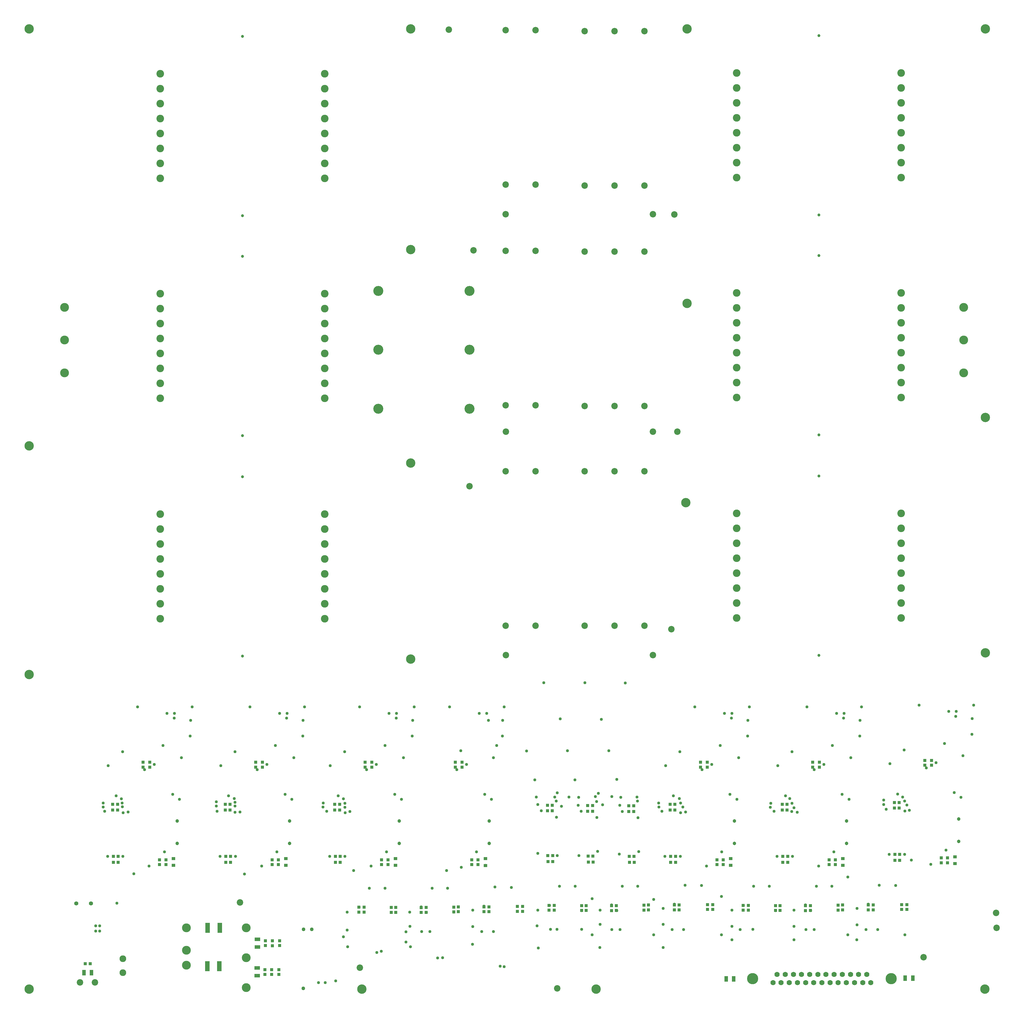
<source format=gbs>
G04 Layer_Color=16711935*
%FSLAX25Y25*%
%MOIN*%
G70*
G01*
G75*
%ADD11R,0.07480X0.04724*%
%ADD12R,0.04724X0.07480*%
%ADD13R,0.04331X0.04331*%
%ADD14R,0.04331X0.04331*%
%ADD38C,0.12520*%
%ADD39C,0.10236*%
%ADD40C,0.03937*%
%ADD41C,0.09000*%
%ADD42C,0.11811*%
%ADD43C,0.05512*%
%ADD44C,0.08661*%
%ADD45C,0.07000*%
%ADD46C,0.15000*%
%ADD47C,0.04724*%
%ADD48C,0.13386*%
%ADD49C,0.04000*%
%ADD50C,0.05000*%
%ADD51R,0.05905X0.13780*%
%ADD52R,0.05118X0.04331*%
D11*
X326000Y42000D02*
D03*
Y52236D02*
D03*
X326500Y80264D02*
D03*
Y90500D02*
D03*
D12*
X953382Y37500D02*
D03*
X963618D02*
D03*
X1192882Y38500D02*
D03*
X1203118D02*
D03*
X104618Y46000D02*
D03*
X94382D02*
D03*
D13*
X356000Y82252D02*
D03*
Y88748D02*
D03*
X336500Y43500D02*
D03*
Y49996D02*
D03*
X345500Y43504D02*
D03*
Y50000D02*
D03*
X355000Y43504D02*
D03*
Y50000D02*
D03*
X346500Y82004D02*
D03*
Y88500D02*
D03*
X337000Y82252D02*
D03*
Y88748D02*
D03*
X674004Y134496D02*
D03*
Y128000D02*
D03*
X681004Y134496D02*
D03*
Y128000D02*
D03*
X636004Y127500D02*
D03*
Y133996D02*
D03*
X629504Y127500D02*
D03*
Y133996D02*
D03*
X595004D02*
D03*
Y127500D02*
D03*
X589004Y133748D02*
D03*
Y127252D02*
D03*
X552004Y126752D02*
D03*
Y133248D02*
D03*
X545504Y126500D02*
D03*
Y132996D02*
D03*
X511504Y133248D02*
D03*
Y126752D02*
D03*
X505504Y133248D02*
D03*
Y126752D02*
D03*
X469004Y127000D02*
D03*
Y133496D02*
D03*
X462004Y127000D02*
D03*
Y133496D02*
D03*
X1188000Y136996D02*
D03*
Y130500D02*
D03*
X1195000Y136996D02*
D03*
Y130500D02*
D03*
X928500Y136996D02*
D03*
Y130500D02*
D03*
X935500Y136996D02*
D03*
Y130500D02*
D03*
X1150000Y130000D02*
D03*
Y136496D02*
D03*
X1143500Y130000D02*
D03*
Y136496D02*
D03*
X890500Y130000D02*
D03*
Y136496D02*
D03*
X884000Y130000D02*
D03*
Y136496D02*
D03*
X1109000D02*
D03*
Y130000D02*
D03*
X1103000Y136248D02*
D03*
Y129752D02*
D03*
X849500Y136496D02*
D03*
Y130000D02*
D03*
X843500Y136248D02*
D03*
Y129752D02*
D03*
X1066000Y129252D02*
D03*
Y135748D02*
D03*
X1059500Y129000D02*
D03*
Y135496D02*
D03*
X806500Y129252D02*
D03*
Y135748D02*
D03*
X800000Y129000D02*
D03*
Y135496D02*
D03*
X1025500Y135748D02*
D03*
Y129252D02*
D03*
X1019500Y135748D02*
D03*
Y129252D02*
D03*
X766000Y135748D02*
D03*
Y129252D02*
D03*
X760000Y135748D02*
D03*
Y129252D02*
D03*
X983000Y129500D02*
D03*
Y135996D02*
D03*
X976000Y129500D02*
D03*
Y135996D02*
D03*
X723500Y129500D02*
D03*
Y135996D02*
D03*
X716500Y129500D02*
D03*
Y135996D02*
D03*
X479528Y327500D02*
D03*
Y321004D02*
D03*
X470528Y327500D02*
D03*
Y321004D02*
D03*
X492528Y196996D02*
D03*
Y190500D02*
D03*
X501028Y196996D02*
D03*
Y190500D02*
D03*
X333000Y327500D02*
D03*
Y321004D02*
D03*
X324000Y327500D02*
D03*
Y321004D02*
D03*
X346000Y196996D02*
D03*
Y190500D02*
D03*
X354500Y196996D02*
D03*
Y190500D02*
D03*
X182500Y327500D02*
D03*
Y321004D02*
D03*
X173500Y327500D02*
D03*
Y321004D02*
D03*
X195500Y196996D02*
D03*
Y190500D02*
D03*
X204000Y196996D02*
D03*
Y190500D02*
D03*
X600000Y327472D02*
D03*
Y320976D02*
D03*
X591000Y327472D02*
D03*
Y320976D02*
D03*
X613000Y196968D02*
D03*
Y190472D02*
D03*
X621500Y196968D02*
D03*
Y190472D02*
D03*
X1228000Y330000D02*
D03*
Y323504D02*
D03*
X1219000Y330000D02*
D03*
Y323504D02*
D03*
X1241000Y199496D02*
D03*
Y193000D02*
D03*
X1249500Y199496D02*
D03*
Y193000D02*
D03*
X928028Y327500D02*
D03*
Y321004D02*
D03*
X919028Y327500D02*
D03*
Y321004D02*
D03*
X941028Y196996D02*
D03*
Y190500D02*
D03*
X949528Y196996D02*
D03*
Y190500D02*
D03*
X1078028Y327500D02*
D03*
Y321004D02*
D03*
X1069028Y327500D02*
D03*
Y321004D02*
D03*
X1091028Y196996D02*
D03*
Y190500D02*
D03*
X1099528Y196996D02*
D03*
Y190500D02*
D03*
D14*
X102748Y58000D02*
D03*
X96252D02*
D03*
X430652Y201696D02*
D03*
X437148D02*
D03*
X436396Y263696D02*
D03*
X429900D02*
D03*
X430652Y193696D02*
D03*
X437148D02*
D03*
X436396Y271296D02*
D03*
X429900D02*
D03*
X284124Y201696D02*
D03*
X290620D02*
D03*
X289868Y263696D02*
D03*
X283372D02*
D03*
X284124Y193696D02*
D03*
X290620D02*
D03*
X289868Y271296D02*
D03*
X283372D02*
D03*
X133624Y201696D02*
D03*
X140120D02*
D03*
X139368Y263696D02*
D03*
X132872D02*
D03*
X133624Y193696D02*
D03*
X140120D02*
D03*
X139368Y271296D02*
D03*
X132872D02*
D03*
X823752Y201748D02*
D03*
X830248D02*
D03*
X829748Y269248D02*
D03*
X823252D02*
D03*
X824004Y193748D02*
D03*
X830500D02*
D03*
X829748Y261748D02*
D03*
X823252D02*
D03*
X768748Y201996D02*
D03*
X775244D02*
D03*
X774744Y269496D02*
D03*
X768248D02*
D03*
X769000Y193996D02*
D03*
X775496D02*
D03*
X774744Y261996D02*
D03*
X768248D02*
D03*
X714870Y202500D02*
D03*
X721366D02*
D03*
X720866Y270000D02*
D03*
X714370D02*
D03*
X715122Y194500D02*
D03*
X721618D02*
D03*
X720866Y262500D02*
D03*
X714370D02*
D03*
X1179124Y204196D02*
D03*
X1185620D02*
D03*
X1184869Y266196D02*
D03*
X1178372D02*
D03*
X1179124Y196196D02*
D03*
X1185620D02*
D03*
X1184869Y273796D02*
D03*
X1178372D02*
D03*
X879152Y201696D02*
D03*
X885648D02*
D03*
X884896Y263696D02*
D03*
X878400D02*
D03*
X879152Y193696D02*
D03*
X885648D02*
D03*
X884896Y271296D02*
D03*
X878400D02*
D03*
X1029152Y201696D02*
D03*
X1035648D02*
D03*
X1034896Y263696D02*
D03*
X1028400D02*
D03*
X1029152Y193696D02*
D03*
X1035648D02*
D03*
X1034896Y271296D02*
D03*
X1028400D02*
D03*
D38*
X1300000Y1309000D02*
D03*
X901000D02*
D03*
X1299500Y24000D02*
D03*
X1300000Y474000D02*
D03*
X779500Y24000D02*
D03*
X21000D02*
D03*
X1300000Y789000D02*
D03*
X901000Y941500D02*
D03*
X899500Y675000D02*
D03*
X531500Y1309000D02*
D03*
Y1013500D02*
D03*
Y728000D02*
D03*
Y465500D02*
D03*
X21000Y1309000D02*
D03*
Y751000D02*
D03*
Y445000D02*
D03*
X466000Y24000D02*
D03*
D39*
X1187500Y600500D02*
D03*
Y620500D02*
D03*
Y580500D02*
D03*
Y660500D02*
D03*
Y640500D02*
D03*
Y560500D02*
D03*
Y540500D02*
D03*
Y520500D02*
D03*
X967500Y660500D02*
D03*
Y640500D02*
D03*
Y600500D02*
D03*
Y620500D02*
D03*
Y580500D02*
D03*
Y540500D02*
D03*
Y560500D02*
D03*
Y520500D02*
D03*
X416500Y954500D02*
D03*
Y934500D02*
D03*
Y914500D02*
D03*
Y894500D02*
D03*
Y874500D02*
D03*
Y854500D02*
D03*
Y834500D02*
D03*
Y814500D02*
D03*
X196500Y954500D02*
D03*
Y934500D02*
D03*
Y914500D02*
D03*
Y894500D02*
D03*
Y874500D02*
D03*
Y854500D02*
D03*
Y834500D02*
D03*
Y814500D02*
D03*
X416500Y1249000D02*
D03*
Y1229000D02*
D03*
Y1209000D02*
D03*
Y1189000D02*
D03*
Y1169000D02*
D03*
Y1149000D02*
D03*
Y1129000D02*
D03*
Y1109000D02*
D03*
X196500Y1249000D02*
D03*
Y1229000D02*
D03*
Y1209000D02*
D03*
Y1189000D02*
D03*
Y1169000D02*
D03*
Y1149000D02*
D03*
Y1129000D02*
D03*
Y1109000D02*
D03*
X1187500Y1250000D02*
D03*
Y1230000D02*
D03*
Y1210000D02*
D03*
Y1190000D02*
D03*
Y1170000D02*
D03*
Y1150000D02*
D03*
Y1130000D02*
D03*
Y1110000D02*
D03*
X967500Y1250000D02*
D03*
Y1230000D02*
D03*
Y1210000D02*
D03*
Y1190000D02*
D03*
Y1170000D02*
D03*
Y1150000D02*
D03*
Y1130000D02*
D03*
Y1110000D02*
D03*
X1187500Y955500D02*
D03*
Y935500D02*
D03*
Y915500D02*
D03*
Y895500D02*
D03*
Y875500D02*
D03*
Y855500D02*
D03*
Y835500D02*
D03*
Y815500D02*
D03*
X967500Y955500D02*
D03*
Y935500D02*
D03*
Y915500D02*
D03*
Y895500D02*
D03*
Y875500D02*
D03*
Y855500D02*
D03*
Y835500D02*
D03*
Y815500D02*
D03*
X416500Y659500D02*
D03*
Y639500D02*
D03*
Y619500D02*
D03*
Y599500D02*
D03*
Y579500D02*
D03*
Y559500D02*
D03*
Y539500D02*
D03*
Y519500D02*
D03*
X196500Y659500D02*
D03*
Y639500D02*
D03*
Y619500D02*
D03*
Y599500D02*
D03*
Y579500D02*
D03*
Y559500D02*
D03*
Y539500D02*
D03*
Y519500D02*
D03*
D40*
X1077500Y710500D02*
D03*
Y470500D02*
D03*
X306500Y764500D02*
D03*
Y1004500D02*
D03*
Y1059000D02*
D03*
Y1299000D02*
D03*
X1077500Y1060000D02*
D03*
Y1300000D02*
D03*
Y765500D02*
D03*
Y1005500D02*
D03*
X306500Y469500D02*
D03*
Y709500D02*
D03*
D41*
X146500Y64500D02*
D03*
Y46000D02*
D03*
D42*
X311500Y26000D02*
D03*
Y66000D02*
D03*
Y106000D02*
D03*
X231500Y56000D02*
D03*
Y76000D02*
D03*
Y106000D02*
D03*
X1271000Y936300D02*
D03*
Y892500D02*
D03*
Y848700D02*
D03*
X68500D02*
D03*
Y892500D02*
D03*
Y936300D02*
D03*
D43*
X103685Y138500D02*
D03*
X84000D02*
D03*
D44*
X880000Y505500D02*
D03*
X888000Y770000D02*
D03*
X582500Y1308000D02*
D03*
X615500Y1012500D02*
D03*
X610000Y697000D02*
D03*
X884000Y1060500D02*
D03*
X658500Y1061000D02*
D03*
X855350D02*
D03*
X658650Y770000D02*
D03*
X855500D02*
D03*
X658650Y471000D02*
D03*
X855500D02*
D03*
X109000Y33000D02*
D03*
X89000D02*
D03*
X843961Y1010847D02*
D03*
X804000D02*
D03*
X843961Y804154D02*
D03*
X764039Y1010847D02*
D03*
X804000Y804154D02*
D03*
X764039D02*
D03*
X843961Y716878D02*
D03*
X804000D02*
D03*
X843961Y510185D02*
D03*
X764039Y716878D02*
D03*
X804000Y510185D02*
D03*
X764039D02*
D03*
X658421Y1100653D02*
D03*
X698579D02*
D03*
X658421Y1307347D02*
D03*
X698579D02*
D03*
X658421Y805153D02*
D03*
X698579D02*
D03*
X658421Y1011847D02*
D03*
X698579D02*
D03*
X658421Y510185D02*
D03*
X698579D02*
D03*
X658421Y716878D02*
D03*
X698579D02*
D03*
X764039Y1099291D02*
D03*
Y1305984D02*
D03*
X804000Y1099291D02*
D03*
Y1305984D02*
D03*
X843961Y1099291D02*
D03*
Y1305984D02*
D03*
X1314500Y126000D02*
D03*
X1315000Y106000D02*
D03*
X1217500Y66500D02*
D03*
X727500Y25000D02*
D03*
X303000Y140000D02*
D03*
X463500Y52500D02*
D03*
D45*
X1092378Y32500D02*
D03*
X1086925Y43681D02*
D03*
X1081472Y32500D02*
D03*
X1076020Y43681D02*
D03*
X1070567Y32500D02*
D03*
X1065114Y43681D02*
D03*
X1059661Y32500D02*
D03*
X1054209Y43681D02*
D03*
X1048756Y32500D02*
D03*
X1043303Y43681D02*
D03*
X1037850Y32500D02*
D03*
X1032398Y43681D02*
D03*
X1026945Y32500D02*
D03*
X1021492Y43681D02*
D03*
X1016039Y32500D02*
D03*
X1103284D02*
D03*
X1114189D02*
D03*
X1125095D02*
D03*
X1136000D02*
D03*
X1146906D02*
D03*
X1097831Y43681D02*
D03*
X1108736D02*
D03*
X1119642D02*
D03*
X1130547D02*
D03*
X1141453D02*
D03*
D46*
X988874Y38091D02*
D03*
X1174071D02*
D03*
D47*
X516028Y249000D02*
D03*
Y219000D02*
D03*
X369500Y249000D02*
D03*
Y219000D02*
D03*
X219000Y249000D02*
D03*
Y219000D02*
D03*
X636500Y248972D02*
D03*
Y218972D02*
D03*
X1264500Y251500D02*
D03*
Y221500D02*
D03*
X964528Y249000D02*
D03*
Y219000D02*
D03*
X1114528Y249000D02*
D03*
Y219000D02*
D03*
D48*
X488000Y879500D02*
D03*
Y958240D02*
D03*
X610047Y800760D02*
D03*
X488000D02*
D03*
X610047Y958240D02*
D03*
Y879500D02*
D03*
D49*
X408000Y32748D02*
D03*
X417000D02*
D03*
X431000Y34831D02*
D03*
X110000Y108500D02*
D03*
X115500D02*
D03*
X110000Y101500D02*
D03*
X115500D02*
D03*
X138618Y139000D02*
D03*
X731500Y385500D02*
D03*
X786500Y385000D02*
D03*
X686500Y342500D02*
D03*
X741000Y343000D02*
D03*
X796500Y342882D02*
D03*
X309000Y178000D02*
D03*
X492000Y74500D02*
D03*
X486000Y73000D02*
D03*
X869000Y79500D02*
D03*
X702000Y79000D02*
D03*
X784500Y79500D02*
D03*
X531000Y80500D02*
D03*
X441500Y94000D02*
D03*
X447000Y80500D02*
D03*
X525000Y87000D02*
D03*
X574000Y66000D02*
D03*
X567500Y65500D02*
D03*
X656500Y54000D02*
D03*
X651000Y54500D02*
D03*
X1044000Y90000D02*
D03*
X1128000D02*
D03*
X718500Y104000D02*
D03*
X727000D02*
D03*
X476004Y159004D02*
D03*
X579500Y182500D02*
D03*
X455000D02*
D03*
X599020Y187000D02*
D03*
X161250Y178250D02*
D03*
X530256Y127000D02*
D03*
X446504D02*
D03*
X145441Y273059D02*
D03*
X145941Y267941D02*
D03*
X120000Y267500D02*
D03*
X296559Y268941D02*
D03*
Y274059D02*
D03*
X271500Y269000D02*
D03*
X443618Y267382D02*
D03*
X414000Y267500D02*
D03*
X443500Y272500D02*
D03*
X701500Y271000D02*
D03*
X755500Y270000D02*
D03*
X743000Y281000D02*
D03*
X759500Y262000D02*
D03*
X706000Y262500D02*
D03*
X699500Y281000D02*
D03*
X697500Y304000D02*
D03*
X756250Y280750D02*
D03*
X811059Y269941D02*
D03*
X834882Y275618D02*
D03*
X726000Y275500D02*
D03*
X780059Y275059D02*
D03*
X834000Y281000D02*
D03*
X812500Y280500D02*
D03*
X800500Y281500D02*
D03*
X733000Y268500D02*
D03*
X751000Y304000D02*
D03*
X807000Y304500D02*
D03*
X814500Y261500D02*
D03*
X863000Y273000D02*
D03*
X863500Y267500D02*
D03*
X892500Y273000D02*
D03*
X890696Y279000D02*
D03*
X895500Y267500D02*
D03*
X899000Y261000D02*
D03*
X1044000Y266500D02*
D03*
X1038500Y279000D02*
D03*
X1041500Y272500D02*
D03*
X1012618Y267382D02*
D03*
X1013000Y272500D02*
D03*
X1195118Y270382D02*
D03*
X1192000Y275500D02*
D03*
X1189500Y281000D02*
D03*
X1164000Y271000D02*
D03*
Y277000D02*
D03*
X1182821Y284996D02*
D03*
X295500Y279000D02*
D03*
X778500Y281500D02*
D03*
X961000Y90000D02*
D03*
X614000Y84000D02*
D03*
X525000Y100500D02*
D03*
X446500Y103000D02*
D03*
X530500Y108000D02*
D03*
X614500Y107500D02*
D03*
X1128500Y110000D02*
D03*
X961000Y108000D02*
D03*
Y129500D02*
D03*
X869000Y110500D02*
D03*
X869252Y132000D02*
D03*
X700500Y108500D02*
D03*
X784752Y110752D02*
D03*
Y129500D02*
D03*
X1044000Y108000D02*
D03*
X626504Y101000D02*
D03*
X871600Y201696D02*
D03*
X892400Y259809D02*
D03*
X892000Y201696D02*
D03*
X982028Y362500D02*
D03*
X934028Y324500D02*
D03*
X958528Y284500D02*
D03*
X961028Y393000D02*
D03*
X970280Y333748D02*
D03*
X947528Y207500D02*
D03*
X982528Y383500D02*
D03*
X919028Y327500D02*
D03*
X967638Y278000D02*
D03*
X959528Y189500D02*
D03*
X911528Y401500D02*
D03*
X984528D02*
D03*
X927047Y188500D02*
D03*
X960500Y386500D02*
D03*
X921000Y317500D02*
D03*
X945496Y349996D02*
D03*
X891500Y341500D02*
D03*
X1132528Y383500D02*
D03*
X1069028Y327500D02*
D03*
X1095496Y349996D02*
D03*
X1041500Y341500D02*
D03*
X1120280Y333748D02*
D03*
X1071000Y317500D02*
D03*
X1117638Y278000D02*
D03*
X1097528Y207500D02*
D03*
X1061528Y401500D02*
D03*
X1101028Y392996D02*
D03*
X1132028Y362500D02*
D03*
X1084028Y324500D02*
D03*
X1108528Y284500D02*
D03*
X1134528Y401500D02*
D03*
X1021600Y201696D02*
D03*
X1042000D02*
D03*
X1282500Y386000D02*
D03*
X1219000Y330000D02*
D03*
X1259500Y192000D02*
D03*
X1245469Y352496D02*
D03*
X1191472Y344000D02*
D03*
X1270252Y336248D02*
D03*
X1220972Y320000D02*
D03*
X1267610Y280500D02*
D03*
X1247500Y210000D02*
D03*
X1211500Y404000D02*
D03*
X1251000Y395496D02*
D03*
X1282000Y365000D02*
D03*
X1234000Y327000D02*
D03*
X1192372Y262310D02*
D03*
X1258500Y287000D02*
D03*
X1227020Y191000D02*
D03*
X1284500Y404000D02*
D03*
X1261000Y395500D02*
D03*
X1260472Y389000D02*
D03*
X1171572Y204196D02*
D03*
X1191972D02*
D03*
X1017500Y262000D02*
D03*
X726618Y254000D02*
D03*
X701618Y205500D02*
D03*
X654000Y362472D02*
D03*
X630500Y284472D02*
D03*
X635504Y383472D02*
D03*
X633000Y392972D02*
D03*
X593252Y317472D02*
D03*
X642252Y333720D02*
D03*
X619500Y207472D02*
D03*
X623000Y392969D02*
D03*
X654500Y383472D02*
D03*
X591000Y327472D02*
D03*
X639610Y277972D02*
D03*
X631500Y189472D02*
D03*
X583500Y401472D02*
D03*
X656500D02*
D03*
X606000Y324472D02*
D03*
X598500Y342969D02*
D03*
X646531Y349969D02*
D03*
X781496Y208248D02*
D03*
X780496Y253496D02*
D03*
X727500Y202500D02*
D03*
X756500D02*
D03*
X836500Y208000D02*
D03*
X810500Y204748D02*
D03*
X835500Y253248D02*
D03*
X829748Y261748D02*
D03*
X774744Y261996D02*
D03*
X720866Y262500D02*
D03*
X237000Y383500D02*
D03*
X173500Y327500D02*
D03*
X214000Y189500D02*
D03*
X145972Y341500D02*
D03*
X224752Y333748D02*
D03*
X175472Y317500D02*
D03*
X222110Y278000D02*
D03*
X121972Y262000D02*
D03*
X202000Y207500D02*
D03*
X166000Y401500D02*
D03*
X205500Y392996D02*
D03*
X236500Y362500D02*
D03*
X188500Y324500D02*
D03*
X146872Y259809D02*
D03*
X213000Y284500D02*
D03*
X181520Y188500D02*
D03*
X239000Y401500D02*
D03*
X215500Y393000D02*
D03*
X214972Y386500D02*
D03*
X126872Y322992D02*
D03*
X126072Y201696D02*
D03*
X146472D02*
D03*
X867500Y262000D02*
D03*
X199969Y349996D02*
D03*
X387500Y383500D02*
D03*
X324000Y327500D02*
D03*
X364500Y189500D02*
D03*
X350468Y349996D02*
D03*
X296472Y341500D02*
D03*
X375252Y333748D02*
D03*
X325972Y317500D02*
D03*
X372610Y278000D02*
D03*
X272472Y262000D02*
D03*
X352500Y207500D02*
D03*
X316500Y401500D02*
D03*
X356000Y392996D02*
D03*
X387000Y362500D02*
D03*
X339000Y324500D02*
D03*
X363500Y284500D02*
D03*
X332020Y188500D02*
D03*
X389500Y401500D02*
D03*
X366000Y393000D02*
D03*
X365472Y386500D02*
D03*
X277372Y322992D02*
D03*
X276572Y201696D02*
D03*
X296972D02*
D03*
X534028Y383500D02*
D03*
X470528Y327500D02*
D03*
X511028Y189500D02*
D03*
X496996Y349996D02*
D03*
X443000Y341500D02*
D03*
X521779Y333748D02*
D03*
X472500Y317500D02*
D03*
X519138Y278000D02*
D03*
X419000Y262000D02*
D03*
X499028Y207500D02*
D03*
X463028Y401500D02*
D03*
X502528Y392996D02*
D03*
X533528Y362500D02*
D03*
X485528Y324500D02*
D03*
X443900Y259809D02*
D03*
X510028Y284500D02*
D03*
X478547Y188500D02*
D03*
X536028Y401500D02*
D03*
X512528Y393000D02*
D03*
X512000Y386500D02*
D03*
X423900Y322992D02*
D03*
X423100Y201696D02*
D03*
X443500D02*
D03*
X976504Y136000D02*
D03*
X1066500Y129000D02*
D03*
X1059500Y136504D02*
D03*
X1103000Y129500D02*
D03*
X1143504Y137500D02*
D03*
X1180000Y162500D02*
D03*
X1150000Y130000D02*
D03*
X1188000Y130500D02*
D03*
X1019500Y129000D02*
D03*
X983000Y129500D02*
D03*
X1044252D02*
D03*
X1156000Y103500D02*
D03*
X1140500D02*
D03*
X1071000D02*
D03*
X1060000D02*
D03*
X701500Y129500D02*
D03*
X717004Y136000D02*
D03*
X751500Y161500D02*
D03*
X760000Y129000D02*
D03*
X800000Y136504D02*
D03*
X807000Y129000D02*
D03*
X814504Y161500D02*
D03*
X723500Y129500D02*
D03*
X730500Y161504D02*
D03*
X800500Y103500D02*
D03*
X811500D02*
D03*
X835248Y161500D02*
D03*
X843500Y129500D02*
D03*
X896500Y103500D02*
D03*
X881000D02*
D03*
X890500Y130000D02*
D03*
X884004Y137500D02*
D03*
X898500Y163000D02*
D03*
X920500Y162500D02*
D03*
X928500Y130500D02*
D03*
X469004Y127000D02*
D03*
X546004Y101000D02*
D03*
X557004D02*
D03*
X580752Y159000D02*
D03*
X589004Y127000D02*
D03*
X636004Y127500D02*
D03*
X642004Y101000D02*
D03*
X644004Y160500D02*
D03*
X666004Y160000D02*
D03*
X674004Y128000D02*
D03*
X462508Y133500D02*
D03*
X505504Y126500D02*
D03*
X497004Y159000D02*
D03*
X552504Y126500D02*
D03*
X545504Y134004D02*
D03*
X560008Y159000D02*
D03*
X629508Y135000D02*
D03*
X614504Y129500D02*
D03*
X1111028Y393000D02*
D03*
X1110500Y386500D02*
D03*
X951028Y392996D02*
D03*
X872400Y322992D02*
D03*
X1022400D02*
D03*
X1172372Y325492D02*
D03*
X818500Y433500D02*
D03*
X709618Y434000D02*
D03*
X764500D02*
D03*
X1167472Y264500D02*
D03*
X1198500Y263248D02*
D03*
X1032848Y282496D02*
D03*
X1048500Y260500D02*
D03*
X882848Y282496D02*
D03*
X788000Y270500D02*
D03*
X782500Y286000D02*
D03*
X724000Y281000D02*
D03*
X727500Y286500D02*
D03*
X434348Y282496D02*
D03*
X450000Y261500D02*
D03*
X287821Y282496D02*
D03*
X303000Y261000D02*
D03*
X296500Y260500D02*
D03*
X414500Y273000D02*
D03*
X271500Y274500D02*
D03*
X120000Y273000D02*
D03*
X137320Y282496D02*
D03*
X153500Y261000D02*
D03*
X1128500Y132000D02*
D03*
X1201000Y196500D02*
D03*
X1192500Y96500D02*
D03*
X1077000Y188500D02*
D03*
X1116000Y96500D02*
D03*
X947000Y148000D02*
D03*
Y96500D02*
D03*
X856500Y144000D02*
D03*
Y96500D02*
D03*
X774000Y145000D02*
D03*
Y96500D02*
D03*
X989000Y104000D02*
D03*
X972000Y103500D02*
D03*
X760000Y104000D02*
D03*
X441500Y278500D02*
D03*
X144500D02*
D03*
X1041000Y261500D02*
D03*
X1158000Y163000D02*
D03*
X1074004Y161500D02*
D03*
X1094748D02*
D03*
X1011000D02*
D03*
X1116000Y174000D02*
D03*
X1109528Y189500D02*
D03*
X990000Y161504D02*
D03*
D50*
X387882Y25000D02*
D03*
X388264Y104000D02*
D03*
X399000D02*
D03*
D51*
X276071Y106000D02*
D03*
X259929D02*
D03*
X275571Y54500D02*
D03*
X259429D02*
D03*
D52*
X511028Y189472D02*
D03*
Y198528D02*
D03*
X364500Y189472D02*
D03*
Y198528D02*
D03*
X214000Y189472D02*
D03*
Y198528D02*
D03*
X631500Y189445D02*
D03*
Y198500D02*
D03*
X1259500Y191972D02*
D03*
Y201028D02*
D03*
X959528Y189472D02*
D03*
Y198528D02*
D03*
X1109528Y189472D02*
D03*
Y198528D02*
D03*
M02*

</source>
